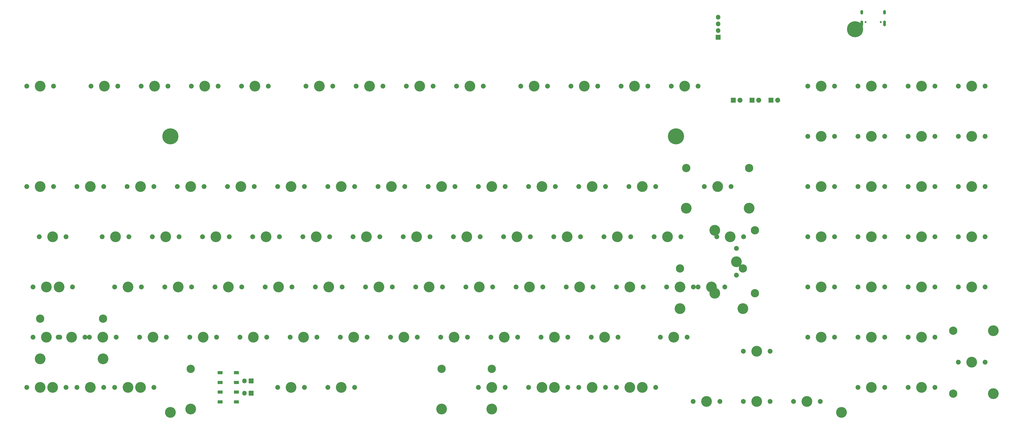
<source format=gts>
G04 #@! TF.GenerationSoftware,KiCad,Pcbnew,(6.0.0)*
G04 #@! TF.CreationDate,2022-01-12T23:24:30+01:00*
G04 #@! TF.ProjectId,E80-1800-pcb-universal,4538302d-3138-4303-902d-7063622d756e,rev?*
G04 #@! TF.SameCoordinates,Original*
G04 #@! TF.FileFunction,Soldermask,Top*
G04 #@! TF.FilePolarity,Negative*
%FSLAX46Y46*%
G04 Gerber Fmt 4.6, Leading zero omitted, Abs format (unit mm)*
G04 Created by KiCad (PCBNEW (6.0.0)) date 2022-01-12 23:24:30*
%MOMM*%
%LPD*%
G01*
G04 APERTURE LIST*
G04 Aperture macros list*
%AMRoundRect*
0 Rectangle with rounded corners*
0 $1 Rounding radius*
0 $2 $3 $4 $5 $6 $7 $8 $9 X,Y pos of 4 corners*
0 Add a 4 corners polygon primitive as box body*
4,1,4,$2,$3,$4,$5,$6,$7,$8,$9,$2,$3,0*
0 Add four circle primitives for the rounded corners*
1,1,$1+$1,$2,$3*
1,1,$1+$1,$4,$5*
1,1,$1+$1,$6,$7*
1,1,$1+$1,$8,$9*
0 Add four rect primitives between the rounded corners*
20,1,$1+$1,$2,$3,$4,$5,0*
20,1,$1+$1,$4,$5,$6,$7,0*
20,1,$1+$1,$6,$7,$8,$9,0*
20,1,$1+$1,$8,$9,$2,$3,0*%
G04 Aperture macros list end*
%ADD10RoundRect,0.050000X-0.850000X0.850000X-0.850000X-0.850000X0.850000X-0.850000X0.850000X0.850000X0*%
%ADD11O,1.800000X1.800000*%
%ADD12C,4.087800*%
%ADD13C,1.850000*%
%ADD14C,3.148000*%
%ADD15C,6.100000*%
%ADD16RoundRect,0.050000X-0.900000X-0.900000X0.900000X-0.900000X0.900000X0.900000X-0.900000X0.900000X0*%
%ADD17C,1.900000*%
%ADD18C,4.100000*%
%ADD19RoundRect,0.050000X0.900000X0.550000X-0.900000X0.550000X-0.900000X-0.550000X0.900000X-0.550000X0*%
%ADD20RoundRect,0.050000X0.850000X0.850000X-0.850000X0.850000X-0.850000X-0.850000X0.850000X-0.850000X0*%
%ADD21O,1.100000X1.700000*%
%ADD22C,0.750000*%
%ADD23O,1.100000X2.200000*%
G04 APERTURE END LIST*
D10*
X80100000Y-111900000D03*
D11*
X77560000Y-111900000D03*
X77560000Y-116550000D03*
D10*
X80100000Y-116550000D03*
D12*
X228600000Y-114300000D03*
D13*
X223520000Y-114300000D03*
X233680000Y-114300000D03*
X190182500Y-114300000D03*
X200342500Y-114300000D03*
D12*
X195262500Y-114300000D03*
X38100000Y-114300000D03*
D13*
X33020000Y-114300000D03*
X43180000Y-114300000D03*
X-317500Y-114300000D03*
X9842500Y-114300000D03*
D12*
X4762500Y-114300000D03*
D14*
X242855750Y-69215000D03*
D12*
X254793750Y-76200000D03*
X266731750Y-84455000D03*
D14*
X266731750Y-69215000D03*
D13*
X249713750Y-76200000D03*
D12*
X242855750Y-84455000D03*
D13*
X259873750Y-76200000D03*
D14*
X-31750Y-88265000D03*
D12*
X11906250Y-95250000D03*
X23844250Y-103505000D03*
D14*
X23844250Y-88265000D03*
D13*
X6826250Y-95250000D03*
D12*
X-31750Y-103505000D03*
D13*
X16986250Y-95250000D03*
X2063750Y-76200000D03*
X12223750Y-76200000D03*
D12*
X7143750Y-76200000D03*
D13*
X-5080000Y0D03*
X5080000Y0D03*
D12*
X0Y0D03*
D13*
X90170100Y-114300120D03*
X100330100Y-114300120D03*
D12*
X95250100Y-114300120D03*
D13*
X57427833Y0D03*
X67587833Y0D03*
D12*
X62507833Y0D03*
D13*
X76477833Y0D03*
X86637833Y0D03*
D12*
X81557833Y0D03*
D13*
X119935714Y0D03*
X130095714Y0D03*
D12*
X125015714Y0D03*
D13*
X138985714Y0D03*
X149145714Y0D03*
D12*
X144065714Y0D03*
D13*
X158035714Y0D03*
X168195714Y0D03*
D12*
X163115714Y0D03*
D13*
X182443595Y0D03*
X192603595Y0D03*
D12*
X187523595Y0D03*
D13*
X220543595Y0D03*
X230703595Y0D03*
D12*
X225623595Y0D03*
D13*
X13970000Y-38100000D03*
X24130000Y-38100000D03*
D12*
X19050000Y-38100000D03*
D13*
X33020000Y-38100000D03*
X43180000Y-38100000D03*
D12*
X38100000Y-38100000D03*
D13*
X52070000Y-38100000D03*
X62230000Y-38100000D03*
D12*
X57150000Y-38100000D03*
D13*
X71120000Y-38100000D03*
X81280000Y-38100000D03*
D12*
X76200000Y-38100000D03*
D13*
X90170000Y-38100000D03*
X100330000Y-38100000D03*
D12*
X95250000Y-38100000D03*
D13*
X109220000Y-38100000D03*
X119380000Y-38100000D03*
D12*
X114300000Y-38100000D03*
D13*
X128270000Y-38100000D03*
X138430000Y-38100000D03*
D12*
X133350000Y-38100000D03*
D13*
X147320000Y-38100000D03*
X157480000Y-38100000D03*
D12*
X152400000Y-38100000D03*
D13*
X166370000Y-38100000D03*
X176530000Y-38100000D03*
D12*
X171450000Y-38100000D03*
D13*
X204470000Y-38100000D03*
X214630000Y-38100000D03*
D12*
X209550000Y-38100000D03*
D13*
X223520000Y-38100000D03*
X233680000Y-38100000D03*
D12*
X228600000Y-38100000D03*
X269113000Y-46355000D03*
D13*
X252095000Y-38100000D03*
D12*
X245237000Y-46355000D03*
D14*
X245237000Y-31115000D03*
D12*
X257175000Y-38100000D03*
D14*
X269113000Y-31115000D03*
D13*
X262255000Y-38100000D03*
X9842500Y-57150000D03*
D12*
X4762500Y-57150000D03*
D13*
X-317500Y-57150000D03*
X23495000Y-57150000D03*
X33655000Y-57150000D03*
D12*
X28575000Y-57150000D03*
D13*
X42545000Y-57150000D03*
X52705000Y-57150000D03*
D12*
X47625000Y-57150000D03*
D13*
X61595000Y-57150000D03*
X71755000Y-57150000D03*
D12*
X66675000Y-57150000D03*
D13*
X80645000Y-57150000D03*
X90805000Y-57150000D03*
D12*
X85725000Y-57150000D03*
D13*
X99695000Y-57150000D03*
X109855000Y-57150000D03*
D12*
X104775000Y-57150000D03*
D13*
X118745000Y-57150000D03*
X128905000Y-57150000D03*
D12*
X123825000Y-57150000D03*
D13*
X137795000Y-57150000D03*
X147955000Y-57150000D03*
D12*
X142875000Y-57150000D03*
D13*
X156845000Y-57150000D03*
X167005000Y-57150000D03*
D12*
X161925000Y-57150000D03*
D13*
X175895000Y-57150000D03*
X186055000Y-57150000D03*
D12*
X180975000Y-57150000D03*
D13*
X194945000Y-57150000D03*
X205105000Y-57150000D03*
D12*
X200025000Y-57150000D03*
D13*
X213995000Y-57150000D03*
X224155000Y-57150000D03*
D12*
X219075000Y-57150000D03*
D13*
X233045000Y-57150000D03*
X243205000Y-57150000D03*
D12*
X238125000Y-57150000D03*
D13*
X267017500Y-57150000D03*
D12*
X261937500Y-57150000D03*
D13*
X256857500Y-57150000D03*
X28257500Y-76200000D03*
X38417500Y-76200000D03*
D12*
X33337500Y-76200000D03*
D13*
X47307500Y-76200000D03*
X57467500Y-76200000D03*
D12*
X52387500Y-76200000D03*
D13*
X66357500Y-76200000D03*
X76517500Y-76200000D03*
D12*
X71437500Y-76200000D03*
D13*
X85407500Y-76200000D03*
X95567500Y-76200000D03*
D12*
X90487500Y-76200000D03*
D13*
X104457500Y-76200000D03*
X114617500Y-76200000D03*
D12*
X109537500Y-76200000D03*
D13*
X123507500Y-76200000D03*
X133667500Y-76200000D03*
D12*
X128587500Y-76200000D03*
D13*
X142557500Y-76200000D03*
X152717500Y-76200000D03*
D12*
X147637500Y-76200000D03*
D13*
X161607500Y-76200000D03*
X171767500Y-76200000D03*
D12*
X166687500Y-76200000D03*
D13*
X180657500Y-76200000D03*
X190817500Y-76200000D03*
D12*
X185737500Y-76200000D03*
D13*
X199707500Y-76200000D03*
X209867500Y-76200000D03*
D12*
X204787500Y-76200000D03*
D13*
X218757500Y-76200000D03*
X228917500Y-76200000D03*
D12*
X223837500Y-76200000D03*
D13*
X237807500Y-76200000D03*
X247967500Y-76200000D03*
D12*
X242887500Y-76200000D03*
X256063750Y-54737000D03*
D14*
X271303750Y-54737000D03*
D13*
X264318750Y-71755000D03*
D12*
X264318750Y-66675000D03*
D14*
X271303750Y-78613000D03*
D13*
X264318750Y-61595000D03*
D12*
X256063750Y-78613000D03*
D13*
X7461250Y-95250000D03*
X-2698750Y-95250000D03*
D12*
X2381250Y-95250000D03*
D13*
X18732500Y-95250000D03*
X28892500Y-95250000D03*
D12*
X23812500Y-95250000D03*
D13*
X56832500Y-95250000D03*
X66992500Y-95250000D03*
D12*
X61912500Y-95250000D03*
D13*
X75882500Y-95250000D03*
X86042500Y-95250000D03*
D12*
X80962500Y-95250000D03*
D13*
X94932500Y-95250000D03*
X105092500Y-95250000D03*
D12*
X100012500Y-95250000D03*
D13*
X113982500Y-95250000D03*
X124142500Y-95250000D03*
D12*
X119062500Y-95250000D03*
D13*
X133032500Y-95250000D03*
X143192500Y-95250000D03*
D12*
X138112500Y-95250000D03*
D13*
X152082500Y-95250000D03*
X162242500Y-95250000D03*
D12*
X157162500Y-95250000D03*
D13*
X171132500Y-95250000D03*
X181292500Y-95250000D03*
D12*
X176212500Y-95250000D03*
D13*
X190182500Y-95250000D03*
X200342500Y-95250000D03*
D12*
X195262500Y-95250000D03*
D13*
X209232500Y-95250000D03*
X219392500Y-95250000D03*
D12*
X214312500Y-95250000D03*
X240506250Y-95250000D03*
D13*
X235426250Y-95250000D03*
X245586250Y-95250000D03*
X291385890Y-95250000D03*
X301545890Y-95250000D03*
D12*
X296465890Y-95250000D03*
D13*
X310435890Y-95250000D03*
X320595890Y-95250000D03*
D12*
X315515890Y-95250000D03*
D13*
X329485890Y-95250000D03*
X339645890Y-95250000D03*
D12*
X334565890Y-95250000D03*
D13*
X-5080000Y-114300000D03*
X5080000Y-114300000D03*
D12*
X0Y-114300000D03*
X152400000Y-122555000D03*
X57150000Y-122555000D03*
D13*
X119380000Y-114300000D03*
X109220000Y-114300000D03*
D12*
X114300000Y-114300000D03*
D14*
X152400000Y-107315000D03*
X57150000Y-107315000D03*
D13*
X166370000Y-114300000D03*
X176530000Y-114300000D03*
D12*
X171450000Y-114300000D03*
D13*
X185420000Y-114300000D03*
X195580000Y-114300000D03*
D12*
X190500000Y-114300000D03*
D13*
X204470000Y-114300000D03*
X214630000Y-114300000D03*
D12*
X209550000Y-114300000D03*
D13*
X266978025Y-119657913D03*
X277138025Y-119657913D03*
D12*
X272058025Y-119657913D03*
D13*
X286028025Y-119657913D03*
X296188025Y-119657913D03*
D12*
X291108025Y-119657913D03*
D13*
X329485890Y-114300000D03*
X339645890Y-114300000D03*
D12*
X334565890Y-114300000D03*
D13*
X13970000Y-114300000D03*
X24130000Y-114300000D03*
D12*
X19050000Y-114300000D03*
D13*
X37782500Y-95250000D03*
X47942500Y-95250000D03*
D12*
X42862500Y-95250000D03*
D13*
X185420000Y-38100000D03*
X195580000Y-38100000D03*
D12*
X190500000Y-38100000D03*
D13*
X358695890Y-104775000D03*
D12*
X361870890Y-116713000D03*
X353615890Y-104775000D03*
D14*
X346630890Y-116713000D03*
X346630890Y-92837000D03*
D13*
X348535890Y-104775000D03*
D12*
X361870890Y-92837000D03*
D13*
X19327833Y0D03*
X29487833Y0D03*
D12*
X24407833Y0D03*
D13*
X100885714Y0D03*
X111045714Y0D03*
D12*
X105965714Y0D03*
D13*
X201493595Y0D03*
X211653595Y0D03*
D12*
X206573595Y0D03*
D13*
X310435890Y-114300000D03*
X320595890Y-114300000D03*
D12*
X315515890Y-114300000D03*
D13*
X310435890Y0D03*
X320595890Y0D03*
D12*
X315515890Y0D03*
D13*
X310435890Y-19050000D03*
X320595890Y-19050000D03*
D12*
X315515890Y-19050000D03*
D13*
X329485890Y0D03*
X339645890Y0D03*
D12*
X334565890Y0D03*
D13*
X291385890Y-19050000D03*
X301545890Y-19050000D03*
D12*
X296465890Y-19050000D03*
D13*
X348535890Y0D03*
X358695890Y0D03*
D12*
X353615890Y0D03*
D13*
X329485890Y-19050000D03*
X339645890Y-19050000D03*
D12*
X334565890Y-19050000D03*
D13*
X348535890Y-19050000D03*
X358695890Y-19050000D03*
D12*
X353615890Y-19050000D03*
D13*
X291385890Y-38100000D03*
X301545890Y-38100000D03*
D12*
X296465890Y-38100000D03*
D13*
X310435890Y-38100000D03*
X320595890Y-38100000D03*
D12*
X315515890Y-38100000D03*
D13*
X329485890Y-38100000D03*
X339645890Y-38100000D03*
D12*
X334565890Y-38100000D03*
D13*
X329485890Y-76200000D03*
X339645890Y-76200000D03*
D12*
X334565890Y-76200000D03*
D13*
X348535890Y-76200000D03*
X358695890Y-76200000D03*
D12*
X353615890Y-76200000D03*
D13*
X291385890Y-57150000D03*
X301545890Y-57150000D03*
D12*
X296465890Y-57150000D03*
D13*
X348535890Y-57150000D03*
X358695890Y-57150000D03*
D12*
X353615890Y-57150000D03*
D13*
X310435890Y-57150000D03*
X320595890Y-57150000D03*
D12*
X315515890Y-57150000D03*
D13*
X329485890Y-57150000D03*
X339645890Y-57150000D03*
D12*
X334565890Y-57150000D03*
D13*
X310435890Y-76200000D03*
X320595890Y-76200000D03*
D12*
X315515890Y-76200000D03*
D13*
X291385890Y-76200000D03*
X301545890Y-76200000D03*
D12*
X296465890Y-76200000D03*
D13*
X228917500Y-114300000D03*
D12*
X223837500Y-114300000D03*
D13*
X218757500Y-114300000D03*
X38417500Y-114300000D03*
D12*
X33337500Y-114300000D03*
D13*
X28257500Y-114300000D03*
X239593595Y0D03*
X249753595Y0D03*
D12*
X244673595Y0D03*
D13*
X38377833Y0D03*
X48537833Y0D03*
D12*
X43457833Y0D03*
D13*
X291385890Y0D03*
X301545890Y0D03*
D12*
X296465890Y0D03*
D13*
X247928025Y-119657913D03*
X258088025Y-119657913D03*
D12*
X253008025Y-119657913D03*
D13*
X-5080000Y-38100000D03*
X5080000Y-38100000D03*
D12*
X0Y-38100000D03*
D13*
X266978025Y-100607913D03*
X277138025Y-100607913D03*
D12*
X272058025Y-100607913D03*
D13*
X348535890Y-38100000D03*
X358695890Y-38100000D03*
D12*
X353615890Y-38100000D03*
D13*
X7461250Y-76200000D03*
X-2698750Y-76200000D03*
D12*
X2381250Y-76200000D03*
D15*
X49410992Y-19049992D03*
X241410992Y-19049992D03*
X309400000Y21550008D03*
D16*
X263127992Y-5357792D03*
D17*
X265667992Y-5357792D03*
D16*
X270271992Y-5357792D03*
D17*
X272811992Y-5357792D03*
D16*
X277415992Y-5357792D03*
D17*
X279955992Y-5357792D03*
D18*
X304204992Y-123824992D03*
D12*
X114300000Y-114300000D03*
D13*
X109220000Y-114300000D03*
X119380000Y-114300000D03*
D14*
X57150000Y-107315000D03*
X171450000Y-107315000D03*
D12*
X57150000Y-122555000D03*
X171450000Y-122555000D03*
D19*
X74530242Y-112459996D03*
X68330242Y-112459996D03*
X74530242Y-108759996D03*
X68330242Y-108759996D03*
X74530242Y-119842422D03*
X68330242Y-119842422D03*
X74530242Y-116142422D03*
X68330242Y-116142422D03*
D18*
X49410992Y-123824992D03*
D20*
X257341390Y18478500D03*
D11*
X257341390Y21018500D03*
X257341390Y23558500D03*
X257341390Y26098500D03*
D21*
X320525890Y27950000D03*
D22*
X319095890Y24300000D03*
D21*
X311885890Y27950000D03*
D22*
X313315890Y24300000D03*
D23*
X311885890Y23770000D03*
X320525890Y23770000D03*
M02*

</source>
